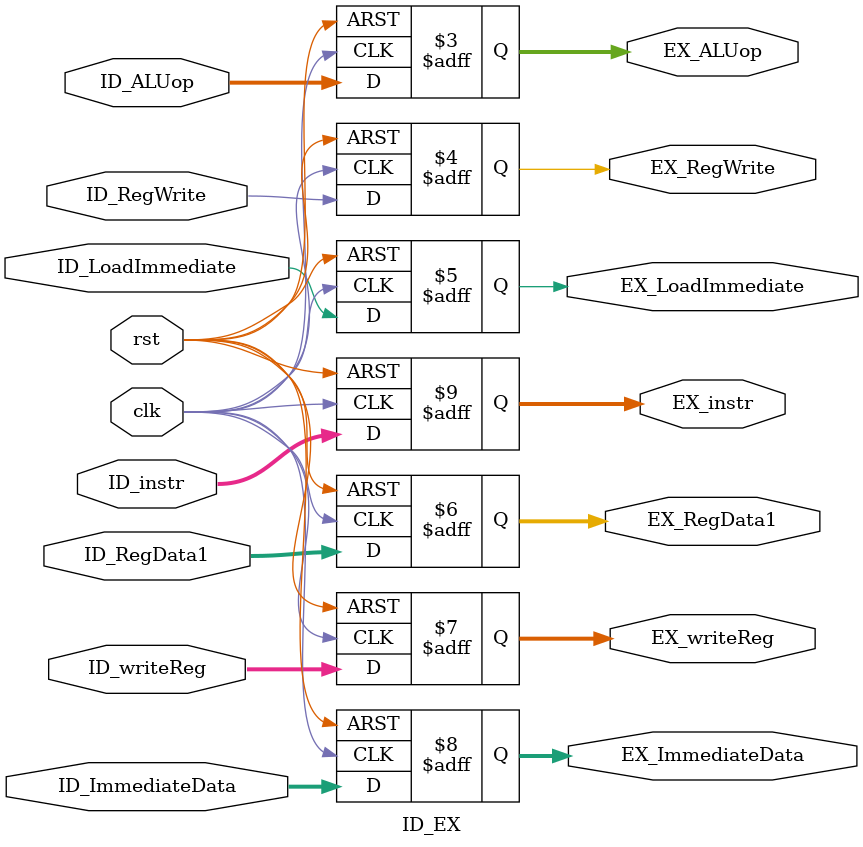
<source format=v>
`timescale 1ns / 1ps
module ID_EX(
	input wire clk, rst,
	input wire [7:0] ID_instr,
	input wire [3:0] ID_ALUop, 
	input wire ID_RegWrite, ID_LoadImmediate,
	input wire [7:0] ID_RegData1,
	input wire [2:0] ID_writeReg, 
	input wire [7:0] ID_ImmediateData,
	output reg [3:0] EX_ALUop, 
	output reg EX_RegWrite, EX_LoadImmediate,
	output reg [7:0] EX_RegData1,
	output reg [2:0] EX_writeReg,
	output reg [7:0] EX_ImmediateData,
	output reg [7:0] EX_instr
    );
	 
	 always @(posedge clk, negedge rst) begin
		if(!rst) begin
			EX_ALUop <= 0;
			EX_RegWrite <= 0;
			EX_RegData1 <= 0;
			EX_writeReg <= 0;
			EX_LoadImmediate <= 0;
			EX_ImmediateData <= 0;
			EX_instr <= 0;
		end
		else begin
			EX_ALUop <= ID_ALUop;
			EX_RegWrite <= ID_RegWrite;
			EX_RegData1 <= ID_RegData1;
			EX_writeReg <= ID_writeReg;
			EX_LoadImmediate <= ID_LoadImmediate;
			EX_ImmediateData <= ID_ImmediateData;
			EX_instr <= ID_instr;
		end
	 end


endmodule

</source>
